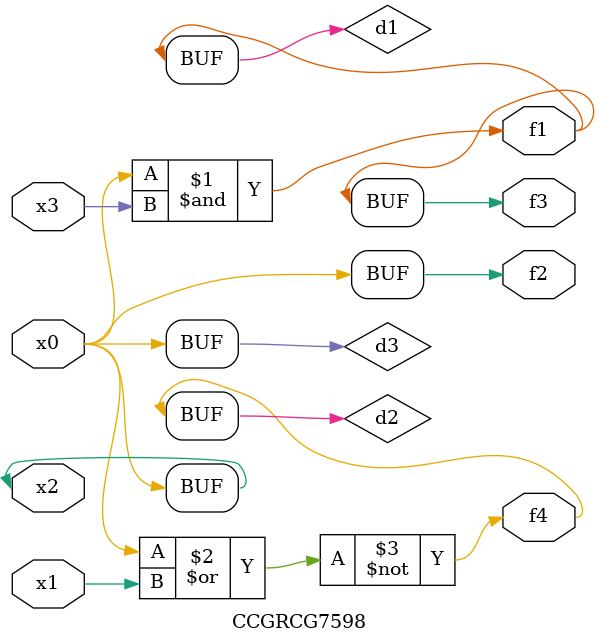
<source format=v>
module CCGRCG7598(
	input x0, x1, x2, x3,
	output f1, f2, f3, f4
);

	wire d1, d2, d3;

	and (d1, x2, x3);
	nor (d2, x0, x1);
	buf (d3, x0, x2);
	assign f1 = d1;
	assign f2 = d3;
	assign f3 = d1;
	assign f4 = d2;
endmodule

</source>
